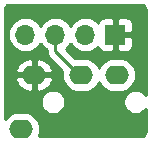
<source format=gtl>
G04 #@! TF.GenerationSoftware,KiCad,Pcbnew,5.1.2-f72e74a~84~ubuntu16.04.1*
G04 #@! TF.CreationDate,2019-05-05T13:09:47-04:00*
G04 #@! TF.ProjectId,gy-521_trrs_pcb,67792d35-3231-45f7-9472-72735f706362,1.0*
G04 #@! TF.SameCoordinates,Original*
G04 #@! TF.FileFunction,Copper,L1,Top*
G04 #@! TF.FilePolarity,Positive*
%FSLAX46Y46*%
G04 Gerber Fmt 4.6, Leading zero omitted, Abs format (unit mm)*
G04 Created by KiCad (PCBNEW 5.1.2-f72e74a~84~ubuntu16.04.1) date 2019-05-05 13:09:47*
%MOMM*%
%LPD*%
G04 APERTURE LIST*
%ADD10O,2.000000X1.600000*%
%ADD11O,1.700000X1.700000*%
%ADD12R,1.700000X1.700000*%
%ADD13C,0.250000*%
%ADD14C,0.254000*%
G04 APERTURE END LIST*
D10*
X149330000Y-99590000D03*
X150430000Y-94990000D03*
X157430000Y-94990000D03*
X154430000Y-94990000D03*
D11*
X149707600Y-91592400D03*
X152247600Y-91592400D03*
X154787600Y-91592400D03*
D12*
X157327600Y-91592400D03*
D13*
X157230000Y-94990000D02*
X157430000Y-94990000D01*
X154230000Y-94990000D02*
X154430000Y-94990000D01*
X152247600Y-93007600D02*
X154230000Y-94990000D01*
X152247600Y-91592400D02*
X152247600Y-93007600D01*
D14*
G36*
X159580533Y-89061885D02*
G01*
X159646457Y-89081789D01*
X159707255Y-89114115D01*
X159760619Y-89157639D01*
X159804512Y-89210696D01*
X159837266Y-89271271D01*
X159857628Y-89337053D01*
X159868001Y-89435740D01*
X159868000Y-96681205D01*
X159833937Y-96630226D01*
X159689774Y-96486063D01*
X159520256Y-96372795D01*
X159331898Y-96294774D01*
X159131939Y-96255000D01*
X158928061Y-96255000D01*
X158728102Y-96294774D01*
X158539744Y-96372795D01*
X158370226Y-96486063D01*
X158226063Y-96630226D01*
X158112795Y-96799744D01*
X158034774Y-96988102D01*
X157995000Y-97188061D01*
X157995000Y-97391939D01*
X158034774Y-97591898D01*
X158112795Y-97780256D01*
X158226063Y-97949774D01*
X158370226Y-98093937D01*
X158539744Y-98207205D01*
X158728102Y-98285226D01*
X158928061Y-98325000D01*
X159131939Y-98325000D01*
X159331898Y-98285226D01*
X159520256Y-98207205D01*
X159689774Y-98093937D01*
X159833937Y-97949774D01*
X159868000Y-97898795D01*
X159868000Y-99789719D01*
X159858115Y-99890531D01*
X159838211Y-99956458D01*
X159805885Y-100017255D01*
X159762362Y-100070618D01*
X159709300Y-100114515D01*
X159648727Y-100147266D01*
X159582947Y-100167628D01*
X159484269Y-100178000D01*
X150842837Y-100178000D01*
X150862182Y-100141808D01*
X150944236Y-99871309D01*
X150971943Y-99590000D01*
X150944236Y-99308691D01*
X150862182Y-99038192D01*
X150728932Y-98788899D01*
X150549608Y-98570392D01*
X150331101Y-98391068D01*
X150081808Y-98257818D01*
X149811309Y-98175764D01*
X149600492Y-98155000D01*
X149059508Y-98155000D01*
X148848691Y-98175764D01*
X148578192Y-98257818D01*
X148328899Y-98391068D01*
X148110392Y-98570392D01*
X147980000Y-98729275D01*
X147980000Y-97188061D01*
X150995000Y-97188061D01*
X150995000Y-97391939D01*
X151034774Y-97591898D01*
X151112795Y-97780256D01*
X151226063Y-97949774D01*
X151370226Y-98093937D01*
X151539744Y-98207205D01*
X151728102Y-98285226D01*
X151928061Y-98325000D01*
X152131939Y-98325000D01*
X152331898Y-98285226D01*
X152520256Y-98207205D01*
X152689774Y-98093937D01*
X152833937Y-97949774D01*
X152947205Y-97780256D01*
X153025226Y-97591898D01*
X153065000Y-97391939D01*
X153065000Y-97188061D01*
X153025226Y-96988102D01*
X152947205Y-96799744D01*
X152833937Y-96630226D01*
X152689774Y-96486063D01*
X152520256Y-96372795D01*
X152331898Y-96294774D01*
X152131939Y-96255000D01*
X151928061Y-96255000D01*
X151728102Y-96294774D01*
X151539744Y-96372795D01*
X151370226Y-96486063D01*
X151226063Y-96630226D01*
X151112795Y-96799744D01*
X151034774Y-96988102D01*
X150995000Y-97188061D01*
X147980000Y-97188061D01*
X147980000Y-95339039D01*
X148838096Y-95339039D01*
X148848556Y-95396730D01*
X148954449Y-95658421D01*
X149109361Y-95894425D01*
X149307338Y-96095673D01*
X149540773Y-96254430D01*
X149800694Y-96364596D01*
X150077113Y-96421937D01*
X150303000Y-96269474D01*
X150303000Y-95117000D01*
X150557000Y-95117000D01*
X150557000Y-96269474D01*
X150782887Y-96421937D01*
X151059306Y-96364596D01*
X151319227Y-96254430D01*
X151552662Y-96095673D01*
X151750639Y-95894425D01*
X151905551Y-95658421D01*
X152011444Y-95396730D01*
X152021904Y-95339039D01*
X151899915Y-95117000D01*
X150557000Y-95117000D01*
X150303000Y-95117000D01*
X148960085Y-95117000D01*
X148838096Y-95339039D01*
X147980000Y-95339039D01*
X147980000Y-94640961D01*
X148838096Y-94640961D01*
X148960085Y-94863000D01*
X150303000Y-94863000D01*
X150303000Y-93710526D01*
X150557000Y-93710526D01*
X150557000Y-94863000D01*
X151899915Y-94863000D01*
X152021904Y-94640961D01*
X152011444Y-94583270D01*
X151905551Y-94321579D01*
X151750639Y-94085575D01*
X151552662Y-93884327D01*
X151319227Y-93725570D01*
X151059306Y-93615404D01*
X150782887Y-93558063D01*
X150557000Y-93710526D01*
X150303000Y-93710526D01*
X150077113Y-93558063D01*
X149800694Y-93615404D01*
X149540773Y-93725570D01*
X149307338Y-93884327D01*
X149109361Y-94085575D01*
X148954449Y-94321579D01*
X148848556Y-94583270D01*
X148838096Y-94640961D01*
X147980000Y-94640961D01*
X147980000Y-91592400D01*
X148215415Y-91592400D01*
X148244087Y-91883511D01*
X148329001Y-92163434D01*
X148466894Y-92421414D01*
X148652466Y-92647534D01*
X148878586Y-92833106D01*
X149136566Y-92970999D01*
X149416489Y-93055913D01*
X149634650Y-93077400D01*
X149780550Y-93077400D01*
X149998711Y-93055913D01*
X150278634Y-92970999D01*
X150536614Y-92833106D01*
X150762734Y-92647534D01*
X150948306Y-92421414D01*
X150977600Y-92366609D01*
X151006894Y-92421414D01*
X151192466Y-92647534D01*
X151418586Y-92833106D01*
X151487601Y-92869995D01*
X151487601Y-92970268D01*
X151483924Y-93007600D01*
X151498598Y-93156585D01*
X151542054Y-93299846D01*
X151612626Y-93431876D01*
X151683801Y-93518602D01*
X151707600Y-93547601D01*
X151736598Y-93571399D01*
X152829292Y-94664094D01*
X152815764Y-94708691D01*
X152788057Y-94990000D01*
X152815764Y-95271309D01*
X152897818Y-95541808D01*
X153031068Y-95791101D01*
X153210392Y-96009608D01*
X153428899Y-96188932D01*
X153678192Y-96322182D01*
X153948691Y-96404236D01*
X154159508Y-96425000D01*
X154700492Y-96425000D01*
X154911309Y-96404236D01*
X155181808Y-96322182D01*
X155431101Y-96188932D01*
X155649608Y-96009608D01*
X155828932Y-95791101D01*
X155930000Y-95602016D01*
X156031068Y-95791101D01*
X156210392Y-96009608D01*
X156428899Y-96188932D01*
X156678192Y-96322182D01*
X156948691Y-96404236D01*
X157159508Y-96425000D01*
X157700492Y-96425000D01*
X157911309Y-96404236D01*
X158181808Y-96322182D01*
X158431101Y-96188932D01*
X158649608Y-96009608D01*
X158828932Y-95791101D01*
X158962182Y-95541808D01*
X159044236Y-95271309D01*
X159071943Y-94990000D01*
X159044236Y-94708691D01*
X158962182Y-94438192D01*
X158828932Y-94188899D01*
X158649608Y-93970392D01*
X158431101Y-93791068D01*
X158181808Y-93657818D01*
X157911309Y-93575764D01*
X157700492Y-93555000D01*
X157159508Y-93555000D01*
X156948691Y-93575764D01*
X156678192Y-93657818D01*
X156428899Y-93791068D01*
X156210392Y-93970392D01*
X156031068Y-94188899D01*
X155930000Y-94377984D01*
X155828932Y-94188899D01*
X155649608Y-93970392D01*
X155431101Y-93791068D01*
X155181808Y-93657818D01*
X154911309Y-93575764D01*
X154700492Y-93555000D01*
X154159508Y-93555000D01*
X153948691Y-93575764D01*
X153904094Y-93589292D01*
X153115771Y-92800970D01*
X153302734Y-92647534D01*
X153488306Y-92421414D01*
X153517600Y-92366609D01*
X153546894Y-92421414D01*
X153732466Y-92647534D01*
X153958586Y-92833106D01*
X154216566Y-92970999D01*
X154496489Y-93055913D01*
X154714650Y-93077400D01*
X154860550Y-93077400D01*
X155078711Y-93055913D01*
X155358634Y-92970999D01*
X155616614Y-92833106D01*
X155842734Y-92647534D01*
X155867207Y-92617713D01*
X155888098Y-92686580D01*
X155947063Y-92796894D01*
X156026415Y-92893585D01*
X156123106Y-92972937D01*
X156233420Y-93031902D01*
X156353118Y-93068212D01*
X156477600Y-93080472D01*
X157041850Y-93077400D01*
X157200600Y-92918650D01*
X157200600Y-91719400D01*
X157454600Y-91719400D01*
X157454600Y-92918650D01*
X157613350Y-93077400D01*
X158177600Y-93080472D01*
X158302082Y-93068212D01*
X158421780Y-93031902D01*
X158532094Y-92972937D01*
X158628785Y-92893585D01*
X158708137Y-92796894D01*
X158767102Y-92686580D01*
X158803412Y-92566882D01*
X158815672Y-92442400D01*
X158812600Y-91878150D01*
X158653850Y-91719400D01*
X157454600Y-91719400D01*
X157200600Y-91719400D01*
X157180600Y-91719400D01*
X157180600Y-91465400D01*
X157200600Y-91465400D01*
X157200600Y-90266150D01*
X157454600Y-90266150D01*
X157454600Y-91465400D01*
X158653850Y-91465400D01*
X158812600Y-91306650D01*
X158815672Y-90742400D01*
X158803412Y-90617918D01*
X158767102Y-90498220D01*
X158708137Y-90387906D01*
X158628785Y-90291215D01*
X158532094Y-90211863D01*
X158421780Y-90152898D01*
X158302082Y-90116588D01*
X158177600Y-90104328D01*
X157613350Y-90107400D01*
X157454600Y-90266150D01*
X157200600Y-90266150D01*
X157041850Y-90107400D01*
X156477600Y-90104328D01*
X156353118Y-90116588D01*
X156233420Y-90152898D01*
X156123106Y-90211863D01*
X156026415Y-90291215D01*
X155947063Y-90387906D01*
X155888098Y-90498220D01*
X155867207Y-90567087D01*
X155842734Y-90537266D01*
X155616614Y-90351694D01*
X155358634Y-90213801D01*
X155078711Y-90128887D01*
X154860550Y-90107400D01*
X154714650Y-90107400D01*
X154496489Y-90128887D01*
X154216566Y-90213801D01*
X153958586Y-90351694D01*
X153732466Y-90537266D01*
X153546894Y-90763386D01*
X153517600Y-90818191D01*
X153488306Y-90763386D01*
X153302734Y-90537266D01*
X153076614Y-90351694D01*
X152818634Y-90213801D01*
X152538711Y-90128887D01*
X152320550Y-90107400D01*
X152174650Y-90107400D01*
X151956489Y-90128887D01*
X151676566Y-90213801D01*
X151418586Y-90351694D01*
X151192466Y-90537266D01*
X151006894Y-90763386D01*
X150977600Y-90818191D01*
X150948306Y-90763386D01*
X150762734Y-90537266D01*
X150536614Y-90351694D01*
X150278634Y-90213801D01*
X149998711Y-90128887D01*
X149780550Y-90107400D01*
X149634650Y-90107400D01*
X149416489Y-90128887D01*
X149136566Y-90213801D01*
X148878586Y-90351694D01*
X148652466Y-90537266D01*
X148466894Y-90763386D01*
X148329001Y-91021366D01*
X148244087Y-91301289D01*
X148215415Y-91592400D01*
X147980000Y-91592400D01*
X147980000Y-89440281D01*
X147989885Y-89339467D01*
X148009789Y-89273543D01*
X148042115Y-89212745D01*
X148085639Y-89159381D01*
X148138696Y-89115488D01*
X148199271Y-89082734D01*
X148265053Y-89062372D01*
X148363730Y-89052000D01*
X159479719Y-89052000D01*
X159580533Y-89061885D01*
X159580533Y-89061885D01*
G37*
X159580533Y-89061885D02*
X159646457Y-89081789D01*
X159707255Y-89114115D01*
X159760619Y-89157639D01*
X159804512Y-89210696D01*
X159837266Y-89271271D01*
X159857628Y-89337053D01*
X159868001Y-89435740D01*
X159868000Y-96681205D01*
X159833937Y-96630226D01*
X159689774Y-96486063D01*
X159520256Y-96372795D01*
X159331898Y-96294774D01*
X159131939Y-96255000D01*
X158928061Y-96255000D01*
X158728102Y-96294774D01*
X158539744Y-96372795D01*
X158370226Y-96486063D01*
X158226063Y-96630226D01*
X158112795Y-96799744D01*
X158034774Y-96988102D01*
X157995000Y-97188061D01*
X157995000Y-97391939D01*
X158034774Y-97591898D01*
X158112795Y-97780256D01*
X158226063Y-97949774D01*
X158370226Y-98093937D01*
X158539744Y-98207205D01*
X158728102Y-98285226D01*
X158928061Y-98325000D01*
X159131939Y-98325000D01*
X159331898Y-98285226D01*
X159520256Y-98207205D01*
X159689774Y-98093937D01*
X159833937Y-97949774D01*
X159868000Y-97898795D01*
X159868000Y-99789719D01*
X159858115Y-99890531D01*
X159838211Y-99956458D01*
X159805885Y-100017255D01*
X159762362Y-100070618D01*
X159709300Y-100114515D01*
X159648727Y-100147266D01*
X159582947Y-100167628D01*
X159484269Y-100178000D01*
X150842837Y-100178000D01*
X150862182Y-100141808D01*
X150944236Y-99871309D01*
X150971943Y-99590000D01*
X150944236Y-99308691D01*
X150862182Y-99038192D01*
X150728932Y-98788899D01*
X150549608Y-98570392D01*
X150331101Y-98391068D01*
X150081808Y-98257818D01*
X149811309Y-98175764D01*
X149600492Y-98155000D01*
X149059508Y-98155000D01*
X148848691Y-98175764D01*
X148578192Y-98257818D01*
X148328899Y-98391068D01*
X148110392Y-98570392D01*
X147980000Y-98729275D01*
X147980000Y-97188061D01*
X150995000Y-97188061D01*
X150995000Y-97391939D01*
X151034774Y-97591898D01*
X151112795Y-97780256D01*
X151226063Y-97949774D01*
X151370226Y-98093937D01*
X151539744Y-98207205D01*
X151728102Y-98285226D01*
X151928061Y-98325000D01*
X152131939Y-98325000D01*
X152331898Y-98285226D01*
X152520256Y-98207205D01*
X152689774Y-98093937D01*
X152833937Y-97949774D01*
X152947205Y-97780256D01*
X153025226Y-97591898D01*
X153065000Y-97391939D01*
X153065000Y-97188061D01*
X153025226Y-96988102D01*
X152947205Y-96799744D01*
X152833937Y-96630226D01*
X152689774Y-96486063D01*
X152520256Y-96372795D01*
X152331898Y-96294774D01*
X152131939Y-96255000D01*
X151928061Y-96255000D01*
X151728102Y-96294774D01*
X151539744Y-96372795D01*
X151370226Y-96486063D01*
X151226063Y-96630226D01*
X151112795Y-96799744D01*
X151034774Y-96988102D01*
X150995000Y-97188061D01*
X147980000Y-97188061D01*
X147980000Y-95339039D01*
X148838096Y-95339039D01*
X148848556Y-95396730D01*
X148954449Y-95658421D01*
X149109361Y-95894425D01*
X149307338Y-96095673D01*
X149540773Y-96254430D01*
X149800694Y-96364596D01*
X150077113Y-96421937D01*
X150303000Y-96269474D01*
X150303000Y-95117000D01*
X150557000Y-95117000D01*
X150557000Y-96269474D01*
X150782887Y-96421937D01*
X151059306Y-96364596D01*
X151319227Y-96254430D01*
X151552662Y-96095673D01*
X151750639Y-95894425D01*
X151905551Y-95658421D01*
X152011444Y-95396730D01*
X152021904Y-95339039D01*
X151899915Y-95117000D01*
X150557000Y-95117000D01*
X150303000Y-95117000D01*
X148960085Y-95117000D01*
X148838096Y-95339039D01*
X147980000Y-95339039D01*
X147980000Y-94640961D01*
X148838096Y-94640961D01*
X148960085Y-94863000D01*
X150303000Y-94863000D01*
X150303000Y-93710526D01*
X150557000Y-93710526D01*
X150557000Y-94863000D01*
X151899915Y-94863000D01*
X152021904Y-94640961D01*
X152011444Y-94583270D01*
X151905551Y-94321579D01*
X151750639Y-94085575D01*
X151552662Y-93884327D01*
X151319227Y-93725570D01*
X151059306Y-93615404D01*
X150782887Y-93558063D01*
X150557000Y-93710526D01*
X150303000Y-93710526D01*
X150077113Y-93558063D01*
X149800694Y-93615404D01*
X149540773Y-93725570D01*
X149307338Y-93884327D01*
X149109361Y-94085575D01*
X148954449Y-94321579D01*
X148848556Y-94583270D01*
X148838096Y-94640961D01*
X147980000Y-94640961D01*
X147980000Y-91592400D01*
X148215415Y-91592400D01*
X148244087Y-91883511D01*
X148329001Y-92163434D01*
X148466894Y-92421414D01*
X148652466Y-92647534D01*
X148878586Y-92833106D01*
X149136566Y-92970999D01*
X149416489Y-93055913D01*
X149634650Y-93077400D01*
X149780550Y-93077400D01*
X149998711Y-93055913D01*
X150278634Y-92970999D01*
X150536614Y-92833106D01*
X150762734Y-92647534D01*
X150948306Y-92421414D01*
X150977600Y-92366609D01*
X151006894Y-92421414D01*
X151192466Y-92647534D01*
X151418586Y-92833106D01*
X151487601Y-92869995D01*
X151487601Y-92970268D01*
X151483924Y-93007600D01*
X151498598Y-93156585D01*
X151542054Y-93299846D01*
X151612626Y-93431876D01*
X151683801Y-93518602D01*
X151707600Y-93547601D01*
X151736598Y-93571399D01*
X152829292Y-94664094D01*
X152815764Y-94708691D01*
X152788057Y-94990000D01*
X152815764Y-95271309D01*
X152897818Y-95541808D01*
X153031068Y-95791101D01*
X153210392Y-96009608D01*
X153428899Y-96188932D01*
X153678192Y-96322182D01*
X153948691Y-96404236D01*
X154159508Y-96425000D01*
X154700492Y-96425000D01*
X154911309Y-96404236D01*
X155181808Y-96322182D01*
X155431101Y-96188932D01*
X155649608Y-96009608D01*
X155828932Y-95791101D01*
X155930000Y-95602016D01*
X156031068Y-95791101D01*
X156210392Y-96009608D01*
X156428899Y-96188932D01*
X156678192Y-96322182D01*
X156948691Y-96404236D01*
X157159508Y-96425000D01*
X157700492Y-96425000D01*
X157911309Y-96404236D01*
X158181808Y-96322182D01*
X158431101Y-96188932D01*
X158649608Y-96009608D01*
X158828932Y-95791101D01*
X158962182Y-95541808D01*
X159044236Y-95271309D01*
X159071943Y-94990000D01*
X159044236Y-94708691D01*
X158962182Y-94438192D01*
X158828932Y-94188899D01*
X158649608Y-93970392D01*
X158431101Y-93791068D01*
X158181808Y-93657818D01*
X157911309Y-93575764D01*
X157700492Y-93555000D01*
X157159508Y-93555000D01*
X156948691Y-93575764D01*
X156678192Y-93657818D01*
X156428899Y-93791068D01*
X156210392Y-93970392D01*
X156031068Y-94188899D01*
X155930000Y-94377984D01*
X155828932Y-94188899D01*
X155649608Y-93970392D01*
X155431101Y-93791068D01*
X155181808Y-93657818D01*
X154911309Y-93575764D01*
X154700492Y-93555000D01*
X154159508Y-93555000D01*
X153948691Y-93575764D01*
X153904094Y-93589292D01*
X153115771Y-92800970D01*
X153302734Y-92647534D01*
X153488306Y-92421414D01*
X153517600Y-92366609D01*
X153546894Y-92421414D01*
X153732466Y-92647534D01*
X153958586Y-92833106D01*
X154216566Y-92970999D01*
X154496489Y-93055913D01*
X154714650Y-93077400D01*
X154860550Y-93077400D01*
X155078711Y-93055913D01*
X155358634Y-92970999D01*
X155616614Y-92833106D01*
X155842734Y-92647534D01*
X155867207Y-92617713D01*
X155888098Y-92686580D01*
X155947063Y-92796894D01*
X156026415Y-92893585D01*
X156123106Y-92972937D01*
X156233420Y-93031902D01*
X156353118Y-93068212D01*
X156477600Y-93080472D01*
X157041850Y-93077400D01*
X157200600Y-92918650D01*
X157200600Y-91719400D01*
X157454600Y-91719400D01*
X157454600Y-92918650D01*
X157613350Y-93077400D01*
X158177600Y-93080472D01*
X158302082Y-93068212D01*
X158421780Y-93031902D01*
X158532094Y-92972937D01*
X158628785Y-92893585D01*
X158708137Y-92796894D01*
X158767102Y-92686580D01*
X158803412Y-92566882D01*
X158815672Y-92442400D01*
X158812600Y-91878150D01*
X158653850Y-91719400D01*
X157454600Y-91719400D01*
X157200600Y-91719400D01*
X157180600Y-91719400D01*
X157180600Y-91465400D01*
X157200600Y-91465400D01*
X157200600Y-90266150D01*
X157454600Y-90266150D01*
X157454600Y-91465400D01*
X158653850Y-91465400D01*
X158812600Y-91306650D01*
X158815672Y-90742400D01*
X158803412Y-90617918D01*
X158767102Y-90498220D01*
X158708137Y-90387906D01*
X158628785Y-90291215D01*
X158532094Y-90211863D01*
X158421780Y-90152898D01*
X158302082Y-90116588D01*
X158177600Y-90104328D01*
X157613350Y-90107400D01*
X157454600Y-90266150D01*
X157200600Y-90266150D01*
X157041850Y-90107400D01*
X156477600Y-90104328D01*
X156353118Y-90116588D01*
X156233420Y-90152898D01*
X156123106Y-90211863D01*
X156026415Y-90291215D01*
X155947063Y-90387906D01*
X155888098Y-90498220D01*
X155867207Y-90567087D01*
X155842734Y-90537266D01*
X155616614Y-90351694D01*
X155358634Y-90213801D01*
X155078711Y-90128887D01*
X154860550Y-90107400D01*
X154714650Y-90107400D01*
X154496489Y-90128887D01*
X154216566Y-90213801D01*
X153958586Y-90351694D01*
X153732466Y-90537266D01*
X153546894Y-90763386D01*
X153517600Y-90818191D01*
X153488306Y-90763386D01*
X153302734Y-90537266D01*
X153076614Y-90351694D01*
X152818634Y-90213801D01*
X152538711Y-90128887D01*
X152320550Y-90107400D01*
X152174650Y-90107400D01*
X151956489Y-90128887D01*
X151676566Y-90213801D01*
X151418586Y-90351694D01*
X151192466Y-90537266D01*
X151006894Y-90763386D01*
X150977600Y-90818191D01*
X150948306Y-90763386D01*
X150762734Y-90537266D01*
X150536614Y-90351694D01*
X150278634Y-90213801D01*
X149998711Y-90128887D01*
X149780550Y-90107400D01*
X149634650Y-90107400D01*
X149416489Y-90128887D01*
X149136566Y-90213801D01*
X148878586Y-90351694D01*
X148652466Y-90537266D01*
X148466894Y-90763386D01*
X148329001Y-91021366D01*
X148244087Y-91301289D01*
X148215415Y-91592400D01*
X147980000Y-91592400D01*
X147980000Y-89440281D01*
X147989885Y-89339467D01*
X148009789Y-89273543D01*
X148042115Y-89212745D01*
X148085639Y-89159381D01*
X148138696Y-89115488D01*
X148199271Y-89082734D01*
X148265053Y-89062372D01*
X148363730Y-89052000D01*
X159479719Y-89052000D01*
X159580533Y-89061885D01*
M02*

</source>
